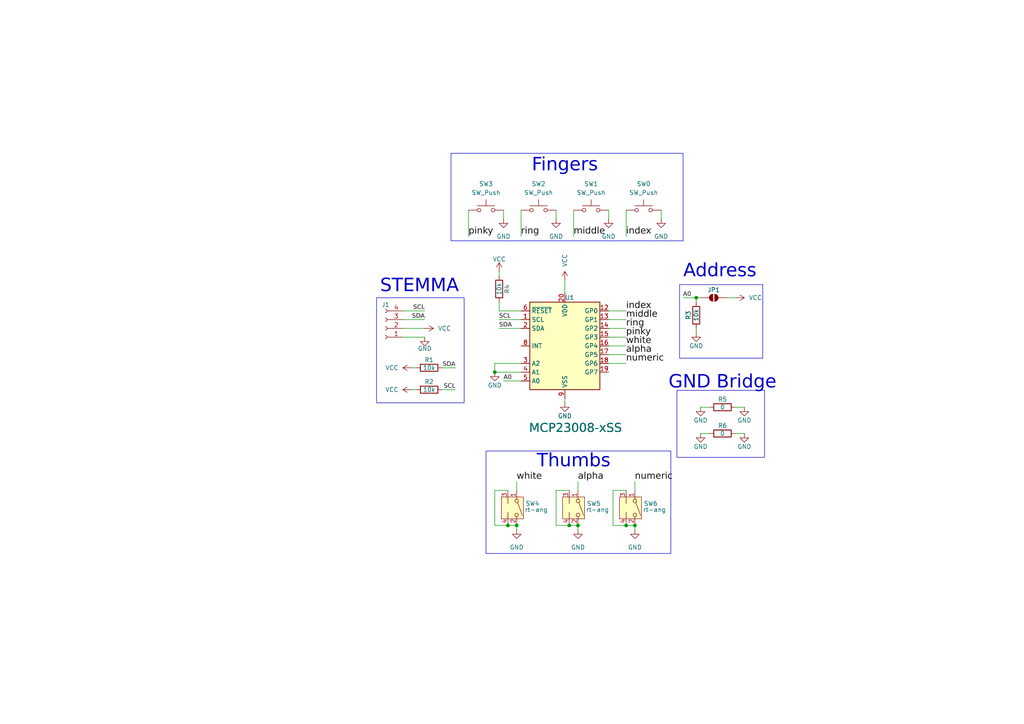
<source format=kicad_sch>
(kicad_sch (version 20250114) (generator "eeschema") (generator_version "9.0")
  (paper "A4")
  (lib_symbols
    (symbol "Connector:Conn_01x04_Socket" (pin_names (offset 1.016) (hide yes))
      (property "Reference" "J" (at 0 5.08 0))
      (property "Value" "Conn_01x04_Socket" (at 0 -7.62 0))
      (symbol "Conn_01x04_Socket_1_1"
        (polyline (pts (xy -1.27 2.54) (xy -0.508 2.54)) (stroke (width 0.1524)))
        (polyline (pts (xy -1.27 0) (xy -0.508 0)) (stroke (width 0.1524)))
        (polyline (pts (xy -1.27 -2.54) (xy -0.508 -2.54)) (stroke (width 0.1524)))
        (polyline (pts (xy -1.27 -5.08) (xy -0.508 -5.08)) (stroke (width 0.1524)))
        (arc (start 0 2.032) (mid -0.5058 2.54) (end 0 3.048) (stroke (width 0.1524)))
        (arc (start 0 -0.508) (mid -0.5058 0) (end 0 0.508) (stroke (width 0.1524)))
        (arc (start 0 -3.048) (mid -0.5058 -2.54) (end 0 -2.032) (stroke (width 0.1524)))
        (arc (start 0 -5.588) (mid -0.5058 -5.08) (end 0 -4.572) (stroke (width 0.1524)))
        (pin passive line (at -5.08 2.54 0) (length 3.81) (name "Pin_1") (number "1"))
        (pin passive line (at -5.08 0 0) (length 3.81) (name "Pin_2") (number "2"))
        (pin passive line (at -5.08 -2.54 0) (length 3.81) (name "Pin_3") (number "3"))
        (pin passive line (at -5.08 -5.08 0) (length 3.81) (name "Pin_4") (number "4"))
      )
    )
    (symbol "Device:R" (pin_numbers (hide yes)) (pin_names (offset 0))
      (property "Reference" "R" (at 2.032 0 90))
      (property "Value" "R" (at 0 0 90))
      (symbol "R_0_1"
        (rectangle (start -1.016 -2.54) (end 1.016 2.54) (stroke (width 0.254)))
      )
      (symbol "R_1_1"
        (pin passive line (at 0 3.81 270) (length 1.27) (name "~") (number "1"))
        (pin passive line (at 0 -3.81 90) (length 1.27) (name "~") (number "2"))
      )
    )
    (symbol "Interface_Expansion:MCP23008-xSS"
      (property "Reference" "U" (at -8.89 13.97 0))
      (property "Value" "MCP23008-xSS" (at 8.89 13.97 0))
      (symbol "MCP23008-xSS_0_1"
        (rectangle (start -10.16 12.7) (end 10.16 -12.7) (stroke (width 0.254)) (fill (type background)))
      )
      (symbol "MCP23008-xSS_1_1"
        (pin input line (at -12.7 10.16 0) (length 2.54) (name "~{RESET}") (number "6"))
        (pin input line (at -12.7 7.62 0) (length 2.54) (name "SCL") (number "1"))
        (pin bidirectional line (at -12.7 5.08 0) (length 2.54) (name "SDA") (number "2"))
        (pin output line (at -12.7 0 0) (length 2.54) (name "INT") (number "8"))
        (pin input line (at -12.7 -5.08 0) (length 2.54) (name "A2") (number "3"))
        (pin input line (at -12.7 -7.62 0) (length 2.54) (name "A1") (number "4"))
        (pin input line (at -12.7 -10.16 0) (length 2.54) (name "A0") (number "5"))
        (pin no_connect line (at -10.16 2.54 0) (length 2.54) (hide yes) (name "NC") (number "7"))
        (pin no_connect line (at -10.16 -2.54 0) (length 2.54) (hide yes) (name "NC") (number "10"))
        (pin power_in line (at 0 15.24 270) (length 2.54) (name "VDD") (number "20"))
        (pin power_in line (at 0 -15.24 90) (length 2.54) (name "VSS") (number "9"))
        (pin no_connect line (at 10.16 -10.16 180) (length 2.54) (hide yes) (name "NC") (number "11"))
        (pin bidirectional line (at 12.7 10.16 180) (length 2.54) (name "GP0") (number "12"))
        (pin bidirectional line (at 12.7 7.62 180) (length 2.54) (name "GP1") (number "13"))
        (pin bidirectional line (at 12.7 5.08 180) (length 2.54) (name "GP2") (number "14"))
        (pin bidirectional line (at 12.7 2.54 180) (length 2.54) (name "GP3") (number "15"))
        (pin bidirectional line (at 12.7 0 180) (length 2.54) (name "GP4") (number "16"))
        (pin bidirectional line (at 12.7 -2.54 180) (length 2.54) (name "GP5") (number "17"))
        (pin bidirectional line (at 12.7 -5.08 180) (length 2.54) (name "GP6") (number "18"))
        (pin bidirectional line (at 12.7 -7.62 180) (length 2.54) (name "GP7") (number "19"))
      )
    )
    (symbol "Jumper:SolderJumper_2_Open" (pin_numbers (hide yes)) (pin_names (offset 0) (hide yes)) (exclude_from_sim yes) (in_bom no)
      (property "Reference" "JP" (at 0 2.032 0))
      (property "Value" "SolderJumper_2_Open" (at 0 -2.54 0))
      (symbol "SolderJumper_2_Open_0_1"
        (polyline (pts (xy -0.254 1.016) (xy -0.254 -1.016)))
        (arc (start -0.254 -1.016) (mid -1.2656 0) (end -0.254 1.016))
        (arc (start -0.254 -1.016) (mid -1.2656 0) (end -0.254 1.016) (fill (type outline)))
        (arc (start 0.254 1.016) (mid 1.2656 0) (end 0.254 -1.016))
        (arc (start 0.254 1.016) (mid 1.2656 0) (end 0.254 -1.016) (fill (type outline)))
        (polyline (pts (xy 0.254 1.016) (xy 0.254 -1.016)))
      )
      (symbol "SolderJumper_2_Open_1_1"
        (pin passive line (at -3.81 0 0) (length 2.54) (name "A") (number "1"))
        (pin passive line (at 3.81 0 180) (length 2.54) (name "B") (number "2"))
      )
    )
    (symbol "Switch:SW_Push" (pin_numbers (hide yes)) (pin_names (offset 1.016) (hide yes))
      (property "Reference" "SW" (at 1.27 2.54 0))
      (property "Value" "SW_Push" (at 0 -1.524 0))
      (symbol "SW_Push_0_1"
        (circle (center -2.032 0) (radius 0.508))
        (polyline (pts (xy 0 1.27) (xy 0 3.048)))
        (circle (center 2.032 0) (radius 0.508))
        (polyline (pts (xy 2.54 1.27) (xy -2.54 1.27)))
        (pin passive line (at -5.08 0 0) (length 2.54) (name "1") (number "1"))
        (pin passive line (at 5.08 0 180) (length 2.54) (name "2") (number "2"))
      )
    )
    (symbol "power:GND" (power) (pin_numbers (hide yes)) (pin_names (offset 0) (hide yes))
      (property "Value" "GND" (at 0 -3.81 0))
      (symbol "GND_0_1"
        (polyline (pts (xy 0 0) (xy 0 -1.27) (xy 1.27 -1.27) (xy 0 -2.54) (xy -1.27 -1.27) (xy 0 -1.27)))
      )
      (symbol "GND_1_1"
        (pin power_in line (at 0 0 270) (length 0) (name "~") (number "1"))
      )
    )
    (symbol "power:VCC" (power) (pin_numbers (hide yes)) (pin_names (offset 0) (hide yes))
      (property "Value" "VCC" (at 0 3.556 0))
      (symbol "VCC_0_1"
        (polyline (pts (xy -0.762 1.27) (xy 0 2.54)))
        (polyline (pts (xy 0 2.54) (xy 0.762 1.27)))
        (polyline (pts (xy 0 0) (xy 0 2.54)))
      )
      (symbol "VCC_1_1"
        (pin power_in line (at 0 0 90) (length 0) (name "~") (number "1"))
      )
    )
    (symbol "sw_spst_rt_ang_tactile_switch:sw-sptst-rt-ang-switch" (pin_names (offset 1.016) (hide yes))
      (property "Reference" "SW" (at 0 6.35 0))
      (property "Value" "rt-ang" (at 0 -3.81 0))
      (symbol "sw-sptst-rt-ang-switch_0_1"
        (polyline (pts (xy -2.54 0) (xy -1.27 0)))
        (circle (center -2.032 2.54) (radius 0.508))
        (polyline (pts (xy -1.524 2.794) (xy 2.159 4.191)))
        (circle (center 2.032 2.54) (radius 0.508))
        (polyline (pts (xy 2.54 0) (xy 1.27 0)))
        (pin passive line (at -5.08 2.54 0) (length 2.54) (name "1") (number "1"))
        (pin passive line (at -5.08 0 0) (length 2.54) (name "L") (number "3"))
        (pin passive line (at 5.08 2.54 180) (length 2.54) (name "2") (number "2"))
        (pin passive line (at 5.08 0 180) (length 2.54) (name "L") (number "4"))
      )
      (symbol "sw-sptst-rt-ang-switch_1_1"
        (rectangle (start -3.175 4.445) (end 3.175 -1.905) (fill (type background)))
      )
    )
  )
  (rectangle (start 197.104 82.55) (end 221.234 103.886))
  (rectangle (start 140.97 130.81) (end 194.564 160.528))
  (rectangle (start 130.81 44.45) (end 198.12 69.85))
  (rectangle (start 196.342 113.2205) (end 221.742 132.6515))
  (rectangle (start 109.22 86.36) (end 134.62 116.84))
  (text "GND Bridge" (at 209.55 112.014 0) (effects (font (size 3.81 3.81))))
  (text "Fingers" (at 163.83 49.022 0) (effects (font (size 3.81 3.81))))
  (text "Thumbs" (at 166.37 134.874 0) (effects (font (size 3.81 3.81))))
  (text "Address" (at 208.788 79.756 0) (effects (font (size 3.81 3.81))))
  (text "STEMMA" (at 121.666 84.074 0) (effects (font (size 3.81 3.81))))
  (junction (at 165.1 152.4))
  (junction (at 167.64 152.4))
  (junction (at 149.86 152.4))
  (junction (at 201.93 86.36))
  (junction (at 181.61 152.4))
  (junction (at 147.32 152.4))
  (junction (at 143.51 107.95))
  (junction (at 184.15 152.4))
  (wire (pts (xy 161.29 152.4) (xy 165.1 152.4)))
  (wire (pts (xy 151.13 60.96) (xy 151.13 68.58)))
  (wire (pts (xy 176.53 60.96) (xy 176.53 63.5)))
  (wire (pts (xy 149.86 139.7) (xy 149.86 142.24)))
  (wire (pts (xy 123.19 92.71) (xy 116.84 92.71)))
  (wire (pts (xy 176.53 95.25) (xy 181.61 95.25)))
  (wire (pts (xy 201.93 86.36) (xy 203.2 86.36)))
  (wire (pts (xy 167.64 139.7) (xy 167.64 142.24)))
  (wire (pts (xy 143.51 107.95) (xy 151.13 107.95)))
  (wire (pts (xy 146.05 110.49) (xy 151.13 110.49)))
  (wire (pts (xy 184.15 152.4) (xy 184.15 153.67)))
  (wire (pts (xy 198.12 86.36) (xy 201.93 86.36)))
  (wire (pts (xy 213.36 125.73) (xy 215.9 125.73)))
  (wire (pts (xy 176.53 92.71) (xy 181.61 92.71)))
  (wire (pts (xy 213.36 118.11) (xy 215.9 118.11)))
  (wire (pts (xy 119.38 113.03) (xy 120.65 113.03)))
  (wire (pts (xy 144.78 80.01) (xy 144.78 78.74)))
  (wire (pts (xy 149.86 152.4) (xy 149.86 153.67)))
  (wire (pts (xy 176.53 102.87) (xy 181.61 102.87)))
  (wire (pts (xy 191.77 60.96) (xy 191.77 63.5)))
  (wire (pts (xy 123.19 90.17) (xy 116.84 90.17)))
  (wire (pts (xy 176.53 105.41) (xy 181.61 105.41)))
  (wire (pts (xy 147.32 152.4) (xy 149.86 152.4)))
  (wire (pts (xy 165.1 142.24) (xy 161.29 142.24)))
  (wire (pts (xy 203.2 118.11) (xy 205.74 118.11)))
  (wire (pts (xy 163.83 115.57) (xy 163.83 116.84)))
  (wire (pts (xy 167.64 152.4) (xy 167.64 153.67)))
  (wire (pts (xy 116.84 95.25) (xy 123.19 95.25)))
  (wire (pts (xy 201.93 86.36) (xy 201.93 87.63)))
  (wire (pts (xy 143.51 105.41) (xy 143.51 107.95)))
  (wire (pts (xy 165.1 152.4) (xy 167.64 152.4)))
  (wire (pts (xy 143.51 152.4) (xy 147.32 152.4)))
  (wire (pts (xy 144.78 87.63) (xy 144.78 90.17)))
  (wire (pts (xy 144.78 92.71) (xy 151.13 92.71)))
  (wire (pts (xy 166.37 60.96) (xy 166.37 68.58)))
  (wire (pts (xy 147.32 142.24) (xy 143.51 142.24)))
  (wire (pts (xy 146.05 60.96) (xy 146.05 63.5)))
  (wire (pts (xy 176.53 90.17) (xy 181.61 90.17)))
  (wire (pts (xy 143.51 105.41) (xy 151.13 105.41)))
  (wire (pts (xy 181.61 60.96) (xy 181.61 68.58)))
  (wire (pts (xy 116.84 97.79) (xy 123.19 97.79)))
  (wire (pts (xy 135.89 60.96) (xy 135.89 68.58)))
  (wire (pts (xy 144.78 90.17) (xy 151.13 90.17)))
  (wire (pts (xy 176.53 97.79) (xy 181.61 97.79)))
  (wire (pts (xy 163.83 81.28) (xy 163.83 85.09)))
  (wire (pts (xy 177.8 142.24) (xy 177.8 152.4)))
  (wire (pts (xy 184.15 139.7) (xy 184.15 142.24)))
  (wire (pts (xy 210.82 86.36) (xy 213.36 86.36)))
  (wire (pts (xy 132.08 113.03) (xy 128.27 113.03)))
  (wire (pts (xy 143.51 142.24) (xy 143.51 152.4)))
  (wire (pts (xy 201.93 95.25) (xy 201.93 96.52)))
  (wire (pts (xy 161.29 60.96) (xy 161.29 63.5)))
  (wire (pts (xy 181.61 152.4) (xy 184.15 152.4)))
  (wire (pts (xy 181.61 142.24) (xy 177.8 142.24)))
  (wire (pts (xy 176.53 100.33) (xy 181.61 100.33)))
  (wire (pts (xy 144.78 95.25) (xy 151.13 95.25)))
  (wire (pts (xy 132.08 106.68) (xy 128.27 106.68)))
  (wire (pts (xy 161.29 142.24) (xy 161.29 152.4)))
  (wire (pts (xy 119.38 106.68) (xy 120.65 106.68)))
  (wire (pts (xy 203.2 125.73) (xy 205.74 125.73)))
  (wire (pts (xy 177.8 152.4) (xy 181.61 152.4)))
  (label "A0" (at 198.12 86.36 0))
  (label "index" (at 181.61 90.17 0) (effects (font (size 1.905 1.905))))
  (label "middle" (at 166.37 68.58 0) (effects (font (size 1.905 1.905))))
  (label "numeric" (at 181.61 105.41 0) (effects (font (size 1.905 1.905))))
  (label "SDA" (at 123.19 92.71 180))
  (label "SDA" (at 144.78 95.25 0))
  (label "SDA" (at 132.08 106.68 180))
  (label "SCL" (at 144.78 92.71 0))
  (label "ring" (at 181.61 95.25 0) (effects (font (size 1.905 1.905))))
  (label "alpha" (at 181.61 102.87 0) (effects (font (size 1.905 1.905))))
  (label "middle" (at 181.61 92.71 0) (effects (font (size 1.905 1.905))))
  (label "white" (at 181.61 100.33 0) (effects (font (size 1.905 1.905))))
  (label "ring" (at 151.13 68.58 0) (effects (font (size 1.905 1.905))))
  (label "numeric" (at 184.15 139.7 0) (effects (font (size 1.905 1.905))))
  (label "alpha" (at 167.64 139.7 0) (effects (font (size 1.905 1.905))))
  (label "pinky" (at 181.61 97.79 0) (effects (font (size 1.905 1.905))))
  (label "A0" (at 146.05 110.49 0))
  (label "pinky" (at 135.89 68.58 0) (effects (font (size 1.905 1.905))))
  (label "SCL" (at 123.19 90.17 180))
  (label "white" (at 149.86 139.7 0) (effects (font (size 1.905 1.905))))
  (label "index" (at 181.61 68.58 0) (effects (font (size 1.905 1.905))))
  (label "SCL" (at 132.08 113.03 180))
  (symbol (lib_id "power:GND") (at 215.9 125.73 0) (unit 1)
    (property "Reference" "#PWR021" (effects (hide yes)))
    (property "Value" "GND" (at 215.9 129.54 0))
    (property "Description" "Power symbol creates a global label with name \"GND\" , ground" (effects (hide yes)))
  )
  (symbol (lib_id "Device:R") (at 201.93 91.44 180) (unit 1)
    (property "Reference" "R3" (at 199.644 91.44 90))
    (property "Value" "10k" (at 201.93 91.44 90))
    (property "Footprint" "Resistor_SMD:R_0805_2012Metric_Pad1.20x1.40mm_HandSolder" (effects (hide yes)))
    (property "Description" "Resistor" (effects (hide yes)))
  )
  (symbol (lib_id "power:GND") (at 203.2 125.73 0) (unit 1)
    (property "Reference" "#PWR020" (effects (hide yes)))
    (property "Value" "GND" (at 203.2 129.54 0))
    (property "Description" "Power symbol creates a global label with name \"GND\" , ground" (effects (hide yes)))
  )
  (symbol (lib_id "power:GND") (at 215.9 118.11 0) (unit 1)
    (property "Reference" "#PWR018" (effects (hide yes)))
    (property "Value" "GND" (at 215.9 121.92 0))
    (property "Description" "Power symbol creates a global label with name \"GND\" , ground" (effects (hide yes)))
  )
  (symbol (lib_id "power:GND") (at 191.77 63.5 0) (unit 1)
    (property "Reference" "#PWR04" (effects (hide yes)))
    (property "Value" "GND" (at 191.77 68.58 0))
    (property "Description" "Power symbol creates a global label with name \"GND\" , ground" (effects (hide yes)))
  )
  (symbol (lib_id "sw_spst_rt_ang_tactile_switch:sw-sptst-rt-ang-switch") (at 181.61 147.32 270) (unit 1)
    (property "Reference" "SW6" (at 186.69 146.0499 90) (effects (justify left)))
    (property "Value" "rt-ang" (at 186.436 147.828 90) (effects (justify left)))
    (property "Footprint" "Button_Switch_THT:SW_Tactile_SPST_Angled_PTS645Vx83-2LFS" (effects (hide yes)))
    (property "Description" "Single Pole Single Throw (SPST) switch with signal lamp, generic" (effects (hide yes)))
  )
  (symbol (lib_id "power:GND") (at 161.29 63.5 0) (unit 1)
    (property "Reference" "#PWR02" (effects (hide yes)))
    (property "Value" "GND" (at 161.29 68.58 0))
    (property "Description" "Power symbol creates a global label with name \"GND\" , ground" (effects (hide yes)))
  )
  (symbol (lib_id "power:GND") (at 149.86 153.67 0) (unit 1)
    (property "Reference" "#PWR024" (effects (hide yes)))
    (property "Value" "GND" (at 149.86 158.75 0))
    (property "Description" "Power symbol creates a global label with name \"GND\" , ground" (effects (hide yes)))
  )
  (symbol (lib_id "Switch:SW_Push") (at 156.21 60.96 0) (unit 1)
    (property "Reference" "SW2" (at 156.21 53.34 0))
    (property "Value" "SW_Push" (at 156.21 55.88 0))
    (property "Footprint" "keyswitches:Kailh_socket_PG1350" (effects (hide yes)))
    (property "Description" "Push button switch, generic, two pins" (effects (hide yes)))
  )
  (symbol (lib_id "power:GND") (at 163.83 116.84 0) (unit 1)
    (property "Reference" "#PWR012" (effects (hide yes)))
    (property "Value" "GND" (at 163.83 120.65 0))
    (property "Description" "Power symbol creates a global label with name \"GND\" , ground" (effects (hide yes)))
  )
  (symbol (lib_id "power:GND") (at 176.53 63.5 0) (unit 1)
    (property "Reference" "#PWR03" (effects (hide yes)))
    (property "Value" "GND" (at 176.53 68.58 0))
    (property "Description" "Power symbol creates a global label with name \"GND\" , ground" (effects (hide yes)))
  )
  (symbol (lib_id "Device:R") (at 144.78 83.82 0) (unit 1)
    (property "Reference" "R4" (at 147.066 83.82 90))
    (property "Value" "10k" (at 144.78 83.82 90))
    (property "Footprint" "Resistor_SMD:R_0805_2012Metric_Pad1.20x1.40mm_HandSolder" (effects (hide yes)))
    (property "Description" "Resistor" (effects (hide yes)))
  )
  (symbol (lib_id "Connector:Conn_01x04_Socket") (at 111.76 95.25 180) (unit 1)
    (property "Reference" "J1" (at 113.03 88.392 0) (effects (justify left)))
    (property "Value" "Conn_01x04_Socket" (effects (hide yes)))
    (property "Footprint" "Connector_JST:JST_SH_SM04B-SRSS-TB_1x04-1MP_P1.00mm_Horizontal" (effects (hide yes)))
    (property "Description" "Generic connector, single row, 01x04, script generated" (effects (hide yes)))
  )
  (symbol (lib_id "power:VCC") (at 163.83 81.28 0) (unit 1)
    (property "Reference" "#PWR016" (effects (hide yes)))
    (property "Value" "VCC" (at 163.8299 77.47 90) (effects (justify left)))
    (property "Description" "Power symbol creates a global label with name \"VCC\"" (effects (hide yes)))
  )
  (symbol (lib_id "power:GND") (at 143.51 107.95 0) (unit 1)
    (property "Reference" "#PWR013" (effects (hide yes)))
    (property "Value" "GND" (at 143.51 111.76 0))
    (property "Description" "Power symbol creates a global label with name \"GND\" , ground" (effects (hide yes)))
  )
  (symbol (lib_id "Switch:SW_Push") (at 140.97 60.96 0) (unit 1)
    (property "Reference" "SW3" (at 140.97 53.34 0))
    (property "Value" "SW_Push" (at 140.97 55.88 0))
    (property "Footprint" "keyswitches:Kailh_socket_PG1350" (effects (hide yes)))
    (property "Description" "Push button switch, generic, two pins" (effects (hide yes)))
  )
  (symbol (lib_id "sw_spst_rt_ang_tactile_switch:sw-sptst-rt-ang-switch") (at 165.1 147.32 270) (unit 1)
    (property "Reference" "SW5" (at 170.18 146.0499 90) (effects (justify left)))
    (property "Value" "rt-ang" (at 169.926 147.828 90) (effects (justify left)))
    (property "Footprint" "Button_Switch_THT:SW_Tactile_SPST_Angled_PTS645Vx83-2LFS" (effects (hide yes)))
    (property "Description" "Single Pole Single Throw (SPST) switch with signal lamp, generic" (effects (hide yes)))
  )
  (symbol (lib_id "power:VCC") (at 119.38 113.03 90) (unit 1)
    (property "Reference" "#PWR09" (effects (hide yes)))
    (property "Value" "VCC" (at 115.57 113.0299 90) (effects (justify left)))
    (property "Description" "Power symbol creates a global label with name \"VCC\"" (effects (hide yes)))
  )
  (symbol (lib_id "power:GND") (at 146.05 63.5 0) (unit 1)
    (property "Reference" "#PWR01" (effects (hide yes)))
    (property "Value" "GND" (at 146.05 68.58 0))
    (property "Description" "Power symbol creates a global label with name \"GND\" , ground" (effects (hide yes)))
  )
  (symbol (lib_id "power:VCC") (at 119.38 106.68 90) (unit 1)
    (property "Reference" "#PWR010" (effects (hide yes)))
    (property "Value" "VCC" (at 115.57 106.6799 90) (effects (justify left)))
    (property "Description" "Power symbol creates a global label with name \"VCC\"" (effects (hide yes)))
  )
  (symbol (lib_id "Switch:SW_Push") (at 171.45 60.96 0) (unit 1)
    (property "Reference" "SW1" (at 171.45 53.34 0))
    (property "Value" "SW_Push" (at 171.45 55.88 0))
    (property "Footprint" "keyswitches:Kailh_socket_PG1350" (effects (hide yes)))
    (property "Description" "Push button switch, generic, two pins" (effects (hide yes)))
  )
  (symbol (lib_id "power:GND") (at 203.2 118.11 0) (unit 1)
    (property "Reference" "#PWR019" (effects (hide yes)))
    (property "Value" "GND" (at 203.2 121.92 0))
    (property "Description" "Power symbol creates a global label with name \"GND\" , ground" (effects (hide yes)))
  )
  (symbol (lib_id "Device:R") (at 209.55 118.11 90) (unit 1)
    (property "Reference" "R5" (at 209.55 115.824 90))
    (property "Value" "0" (at 209.55 118.11 90))
    (property "Footprint" "Resistor_SMD:R_0805_2012Metric_Pad1.20x1.40mm_HandSolder" (effects (hide yes)))
    (property "Description" "Resistor" (effects (hide yes)))
  )
  (symbol (lib_id "power:GND") (at 184.15 153.67 0) (unit 1)
    (property "Reference" "#PWR022" (effects (hide yes)))
    (property "Value" "GND" (at 184.15 158.75 0))
    (property "Description" "Power symbol creates a global label with name \"GND\" , ground" (effects (hide yes)))
  )
  (symbol (lib_id "power:GND") (at 167.64 153.67 0) (unit 1)
    (property "Reference" "#PWR023" (effects (hide yes)))
    (property "Value" "GND" (at 167.64 158.75 0))
    (property "Description" "Power symbol creates a global label with name \"GND\" , ground" (effects (hide yes)))
  )
  (symbol (lib_id "power:VCC") (at 213.36 86.36 270) (unit 1)
    (property "Reference" "#PWR011" (effects (hide yes)))
    (property "Value" "VCC" (at 217.17 86.3599 90) (effects (justify left)))
    (property "Description" "Power symbol creates a global label with name \"VCC\"" (effects (hide yes)))
  )
  (symbol (lib_id "power:GND") (at 201.93 96.52 0) (unit 1)
    (property "Reference" "#PWR05" (effects (hide yes)))
    (property "Value" "GND" (at 201.93 100.33 0))
    (property "Description" "Power symbol creates a global label with name \"GND\" , ground" (effects (hide yes)))
  )
  (symbol (lib_id "Jumper:SolderJumper_2_Open") (at 207.01 86.36 0) (unit 1) (exclude_from_sim yes) (in_bom no)
    (property "Reference" "JP1" (at 207.01 84.074 0))
    (property "Value" "SolderJumper_2_Open" (effects (hide yes)))
    (property "Footprint" "Jumper:SolderJumper-2_P1.3mm_Open_TrianglePad1.0x1.5mm" (effects (hide yes)))
    (property "Description" "Solder Jumper, 2-pole, open" (effects (hide yes)))
  )
  (symbol (lib_id "Device:R") (at 209.55 125.73 90) (unit 1)
    (property "Reference" "R6" (at 209.55 123.444 90))
    (property "Value" "0" (at 209.55 125.73 90))
    (property "Footprint" "Resistor_SMD:R_0805_2012Metric_Pad1.20x1.40mm_HandSolder" (effects (hide yes)))
    (property "Description" "Resistor" (effects (hide yes)))
  )
  (symbol (lib_id "Switch:SW_Push") (at 186.69 60.96 0) (unit 1)
    (property "Reference" "SW0" (at 186.69 53.34 0))
    (property "Value" "SW_Push" (at 186.69 55.88 0))
    (property "Footprint" "keyswitches:Kailh_socket_PG1350" (effects (hide yes)))
    (property "Description" "Push button switch, generic, two pins" (effects (hide yes)))
  )
  (symbol (lib_id "power:VCC") (at 123.19 95.25 270) (unit 1)
    (property "Reference" "#PWR014" (effects (hide yes)))
    (property "Value" "VCC" (at 127 95.2499 90) (effects (justify left)))
    (property "Description" "Power symbol creates a global label with name \"VCC\"" (effects (hide yes)))
  )
  (symbol (lib_id "Device:R") (at 124.46 113.03 90) (unit 1)
    (property "Reference" "R2" (at 124.46 110.744 90))
    (property "Value" "10k" (at 124.46 113.03 90))
    (property "Footprint" "Resistor_SMD:R_0805_2012Metric_Pad1.20x1.40mm_HandSolder" (effects (hide yes)))
    (property "Description" "Resistor" (effects (hide yes)))
  )
  (symbol (lib_id "power:GND") (at 123.19 97.79 0) (unit 1)
    (property "Reference" "#PWR015" (effects (hide yes)))
    (property "Value" "GND" (at 123.19 101.092 0))
    (property "Description" "Power symbol creates a global label with name \"GND\" , ground" (effects (hide yes)))
  )
  (symbol (lib_id "sw_spst_rt_ang_tactile_switch:sw-sptst-rt-ang-switch") (at 147.32 147.32 270) (unit 1)
    (property "Reference" "SW4" (at 152.4 146.0499 90) (effects (justify left)))
    (property "Value" "rt-ang" (at 152.146 147.828 90) (effects (justify left)))
    (property "Footprint" "Button_Switch_THT:SW_Tactile_SPST_Angled_PTS645Vx83-2LFS" (effects (hide yes)))
    (property "Description" "Single Pole Single Throw (SPST) switch with signal lamp, generic" (effects (hide yes)))
  )
  (symbol (lib_id "Interface_Expansion:MCP23008-xSS") (at 163.83 100.33 0) (unit 1)
    (property "Reference" "U1" (at 163.83 86.36 0) (effects (justify left)))
    (property "Value" "MCP23008-xSS" (at 151.638 124.206 0) (effects (font (size 2.54 2.54)) (justify left)))
    (property "Footprint" "Package_SO:SSOP-20_5.3x7.2mm_P0.65mm" (effects (hide yes)))
    (property "Datasheet" "http://ww1.microchip.com/downloads/en/DeviceDoc/MCP23008-MCP23S08-Data-Sheet-20001919F.pdf" (effects (hide yes)))
    (property "Description" "8-bit I/O expander, I2C, interrupts, SSOP-20" (effects (hide yes)))
  )
  (symbol (lib_id "power:VCC") (at 144.78 78.74 0) (unit 1)
    (property "Reference" "#PWR017" (effects (hide yes)))
    (property "Value" "VCC" (at 144.78 75.184 0))
    (property "Description" "Power symbol creates a global label with name \"VCC\"" (effects (hide yes)))
  )
  (symbol (lib_id "Device:R") (at 124.46 106.68 90) (unit 1)
    (property "Reference" "R1" (at 124.46 104.394 90))
    (property "Value" "10k" (at 124.46 106.68 90))
    (property "Footprint" "Resistor_SMD:R_0805_2012Metric_Pad1.20x1.40mm_HandSolder" (effects (hide yes)))
    (property "Description" "Resistor" (effects (hide yes)))
  )
)
</source>
